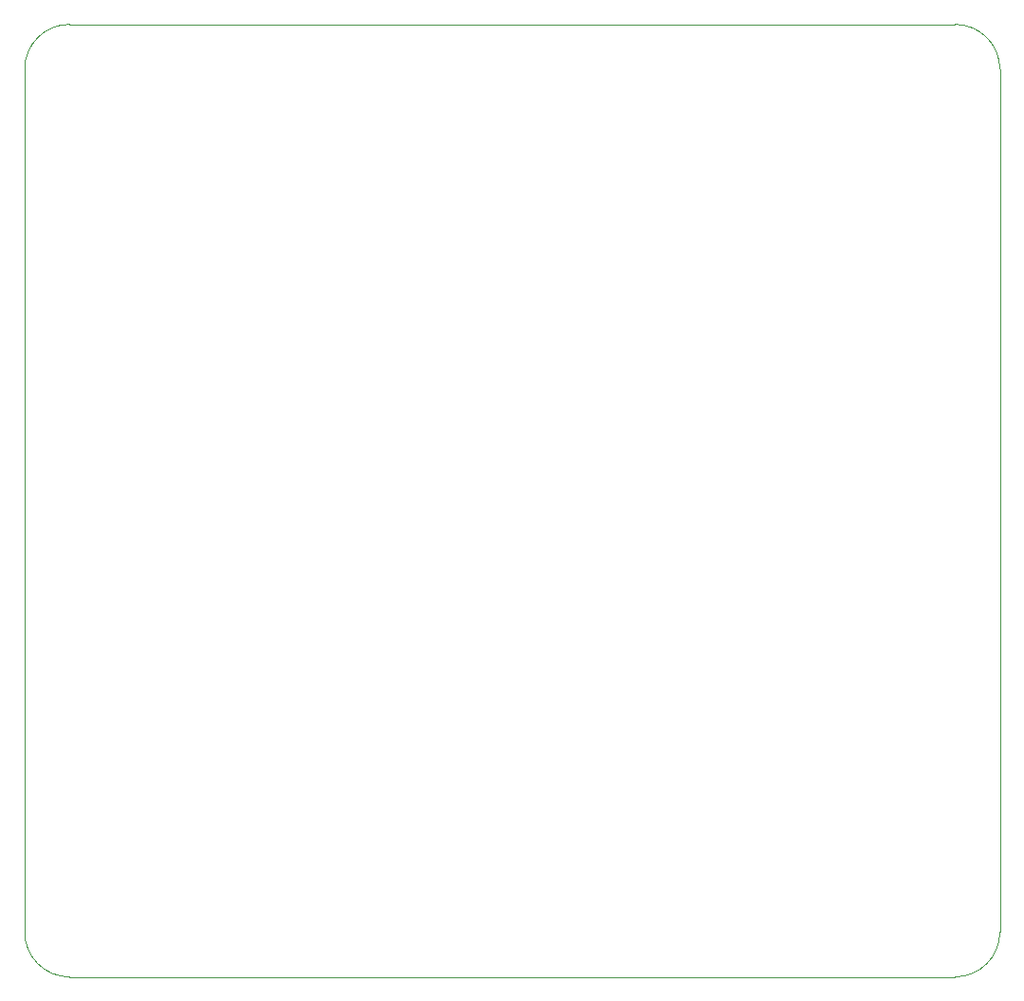
<source format=gbr>
G04 #@! TF.GenerationSoftware,KiCad,Pcbnew,(5.1.0-0)*
G04 #@! TF.CreationDate,2020-02-04T17:27:52+00:00*
G04 #@! TF.ProjectId,z80,7a38302e-6b69-4636-9164-5f7063625858,rev?*
G04 #@! TF.SameCoordinates,Original*
G04 #@! TF.FileFunction,Profile,NP*
%FSLAX46Y46*%
G04 Gerber Fmt 4.6, Leading zero omitted, Abs format (unit mm)*
G04 Created by KiCad (PCBNEW (5.1.0-0)) date 2020-02-04 17:27:52*
%MOMM*%
%LPD*%
G04 APERTURE LIST*
%ADD10C,0.050000*%
G04 APERTURE END LIST*
D10*
X113000000Y-53000000D02*
X192000000Y-53000000D01*
X109000000Y-134000000D02*
X109000000Y-57000000D01*
X192000000Y-138000000D02*
X113000000Y-138000000D01*
X196000000Y-57000000D02*
X196000000Y-134000000D01*
X113000000Y-138000000D02*
G75*
G02X109000000Y-134000000I0J4000000D01*
G01*
X196000000Y-134000000D02*
G75*
G02X192000000Y-138000000I-4000000J0D01*
G01*
X192000000Y-53000000D02*
G75*
G02X196000000Y-57000000I0J-4000000D01*
G01*
X109000000Y-57000000D02*
G75*
G02X113000000Y-53000000I4000000J0D01*
G01*
M02*

</source>
